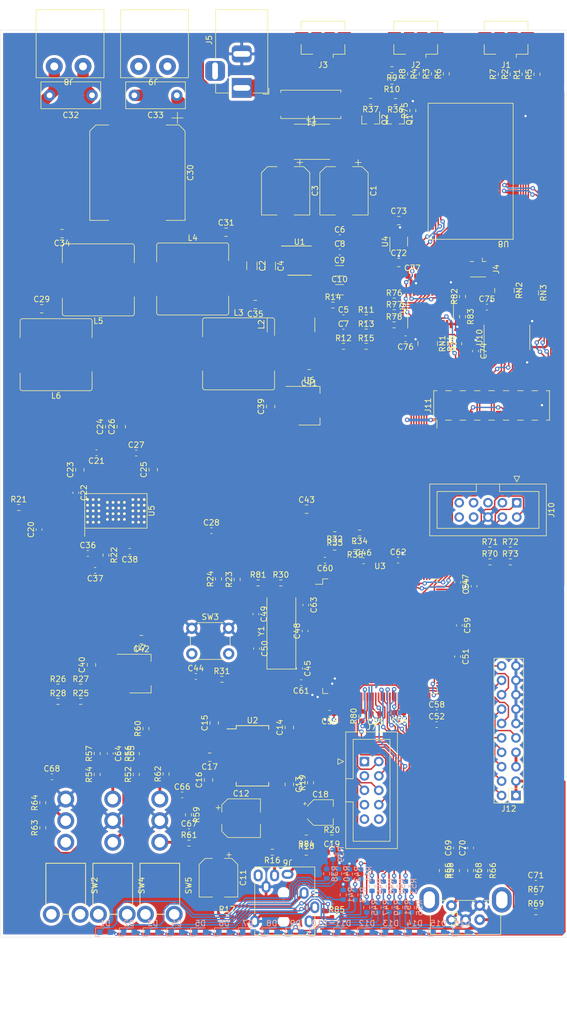
<source format=kicad_pcb>
(kicad_pcb (version 20210228) (generator pcbnew)

  (general
    (thickness 1.6)
  )

  (paper "A4")
  (layers
    (0 "F.Cu" signal)
    (31 "B.Cu" signal)
    (32 "B.Adhes" user "B.Adhesive")
    (33 "F.Adhes" user "F.Adhesive")
    (34 "B.Paste" user)
    (35 "F.Paste" user)
    (36 "B.SilkS" user "B.Silkscreen")
    (37 "F.SilkS" user "F.Silkscreen")
    (38 "B.Mask" user)
    (39 "F.Mask" user)
    (40 "Dwgs.User" user "User.Drawings")
    (41 "Cmts.User" user "User.Comments")
    (42 "Eco1.User" user "User.Eco1")
    (43 "Eco2.User" user "User.Eco2")
    (44 "Edge.Cuts" user)
    (45 "Margin" user)
    (46 "B.CrtYd" user "B.Courtyard")
    (47 "F.CrtYd" user "F.Courtyard")
    (48 "B.Fab" user)
    (49 "F.Fab" user)
  )

  (setup
    (stackup
      (layer "F.SilkS" (type "Top Silk Screen"))
      (layer "F.Paste" (type "Top Solder Paste"))
      (layer "F.Mask" (type "Top Solder Mask") (color "Green") (thickness 0.01))
      (layer "F.Cu" (type "copper") (thickness 0.035))
      (layer "dielectric 1" (type "core") (thickness 1.51) (material "FR4") (epsilon_r 4.5) (loss_tangent 0.02))
      (layer "B.Cu" (type "copper") (thickness 0.035))
      (layer "B.Mask" (type "Bottom Solder Mask") (color "Green") (thickness 0.01))
      (layer "B.Paste" (type "Bottom Solder Paste"))
      (layer "B.SilkS" (type "Bottom Silk Screen"))
      (copper_finish "None")
      (dielectric_constraints no)
    )
    (pad_to_mask_clearance 0)
    (pcbplotparams
      (layerselection 0x00010fc_ffffffff)
      (disableapertmacros false)
      (usegerberextensions false)
      (usegerberattributes true)
      (usegerberadvancedattributes true)
      (creategerberjobfile true)
      (svguseinch false)
      (svgprecision 6)
      (excludeedgelayer true)
      (plotframeref false)
      (viasonmask false)
      (mode 1)
      (useauxorigin false)
      (hpglpennumber 1)
      (hpglpenspeed 20)
      (hpglpendiameter 15.000000)
      (dxfpolygonmode true)
      (dxfimperialunits true)
      (dxfusepcbnewfont true)
      (psnegative false)
      (psa4output false)
      (plotreference true)
      (plotvalue true)
      (plotinvisibletext false)
      (sketchpadsonfab false)
      (subtractmaskfromsilk false)
      (outputformat 1)
      (mirror false)
      (drillshape 1)
      (scaleselection 1)
      (outputdirectory "")
    )
  )


  (net 0 "")
  (net 1 "/Power Supply/19V_ANALOG")
  (net 2 "/Processor/~RST")
  (net 3 "/Processor/GPIO_I2S_WS")
  (net 4 "/Processor/SWCLK")
  (net 5 "/Front/MIC2")
  (net 6 "/Front/MIC1")
  (net 7 "+5V")
  (net 8 "/Processor/GPIO_I2S_SDO")
  (net 9 "/Processor/SWDIO")
  (net 10 "/Front/BT2")
  (net 11 "/Front/BT1")
  (net 12 "GND")
  (net 13 "Net-(R58-Pad2)")
  (net 14 "Net-(R59-Pad2)")
  (net 15 "/Front/PWR")
  (net 16 "Net-(D1-Pad1)")
  (net 17 "Net-(C31-Pad1)")
  (net 18 "/Speaker Amplifier/SPK_A+")
  (net 19 "/Speaker Amplifier/SPK_A-")
  (net 20 "Net-(C24-Pad1)")
  (net 21 "Net-(C25-Pad1)")
  (net 22 "Net-(C1-Pad1)")
  (net 23 "/Front/ENC_SW")
  (net 24 "Net-(C5-Pad1)")
  (net 25 "Net-(C6-Pad1)")
  (net 26 "Net-(C7-Pad1)")
  (net 27 "Net-(C7-Pad2)")
  (net 28 "Net-(C8-Pad1)")
  (net 29 "+3.3VA")
  (net 30 "Net-(C11-Pad1)")
  (net 31 "Net-(C11-Pad2)")
  (net 32 "Net-(C12-Pad1)")
  (net 33 "Net-(C12-Pad2)")
  (net 34 "Net-(C13-Pad1)")
  (net 35 "/Speaker Amplifier/3.3V")
  (net 36 "Net-(C18-Pad1)")
  (net 37 "Net-(C18-Pad2)")
  (net 38 "Net-(C20-Pad1)")
  (net 39 "Net-(C23-Pad1)")
  (net 40 "/Speaker Amplifier/SPK_B+")
  (net 41 "Net-(C26-Pad1)")
  (net 42 "/Speaker Amplifier/SPK_B-")
  (net 43 "Net-(C29-Pad1)")
  (net 44 "Net-(C32-Pad1)")
  (net 45 "Net-(C33-Pad1)")
  (net 46 "Net-(C36-Pad1)")
  (net 47 "Net-(C36-Pad2)")
  (net 48 "Net-(C37-Pad1)")
  (net 49 "Net-(F1-Pad2)")
  (net 50 "Net-(J1-Pad1)")
  (net 51 "Net-(J1-Pad2)")
  (net 52 "Net-(J1-Pad3)")
  (net 53 "/Processor/GPIO_I2S_SDI")
  (net 54 "Net-(J2-Pad1)")
  (net 55 "Net-(J2-Pad2)")
  (net 56 "Net-(J2-Pad3)")
  (net 57 "/Processor/GPIO_I2S_CK")
  (net 58 "/Front/ENC_A")
  (net 59 "Net-(J3-Pad2)")
  (net 60 "Net-(J3-Pad3)")
  (net 61 "/Front/ENC_B")
  (net 62 "no_connect_(J1-Pad4)")
  (net 63 "/Processor/USB1_DETECT")
  (net 64 "/Processor/USB1_DM")
  (net 65 "/Processor/USB2_DETECT")
  (net 66 "/Processor/USB2_DM")
  (net 67 "/Processor/USB1_DP")
  (net 68 "/Processor/USB2_DP")
  (net 69 "/Bluetooth/USB3_DM")
  (net 70 "/Bluetooth/USB3_DP")
  (net 71 "Net-(R11-Pad1)")
  (net 72 "Net-(R13-Pad1)")
  (net 73 "Net-(R18-Pad2)")
  (net 74 "Net-(R19-Pad2)")
  (net 75 "Net-(R22-Pad1)")
  (net 76 "no_connect_(J2-Pad4)")
  (net 77 "Net-(D2-Pad1)")
  (net 78 "no_connect_(J3-Pad1)")
  (net 79 "/Processor/GPIO_I2S_MCK")
  (net 80 "Net-(J4-Pad1)")
  (net 81 "Net-(R79-Pad1)")
  (net 82 "no_connect_(J3-Pad4)")
  (net 83 "Net-(R25-Pad2)")
  (net 84 "/Processor/GPIO_SPI_MISO")
  (net 85 "/Processor/EXT_READY")
  (net 86 "/Processor/GPIO_SPI_SCK")
  (net 87 "/Processor/GPIO_SPI_~SS")
  (net 88 "no_connect_(J5-Pad3)")
  (net 89 "Net-(R26-Pad2)")
  (net 90 "Net-(D3-Pad1)")
  (net 91 "/Processor/AMP_READY")
  (net 92 "+3V3")
  (net 93 "/Headphone Amplifier/HP_DETECT")
  (net 94 "/Front/FRONT_MOSI")
  (net 95 "/Front/FRONT_RCLK")
  (net 96 "Net-(C49-Pad2)")
  (net 97 "Net-(C50-Pad2)")
  (net 98 "/Bluetooth/SCL_1V8")
  (net 99 "/Front/FRONT_~RST")
  (net 100 "/Front/FRONT_SCLK")
  (net 101 "no_connect_(J7-Pad7)")
  (net 102 "/Front/IR")
  (net 103 "no_connect_(J7-Pad9)")
  (net 104 "no_connect_(J7-Pad10)")
  (net 105 "no_connect_(J10-Pad3)")
  (net 106 "no_connect_(J10-Pad5)")
  (net 107 "no_connect_(J10-Pad7)")
  (net 108 "no_connect_(J10-Pad8)")
  (net 109 "Net-(R27-Pad2)")
  (net 110 "Net-(R28-Pad2)")
  (net 111 "no_connect_(J10-Pad9)")
  (net 112 "no_connect_(J10-Pad10)")
  (net 113 "/Bluetooth/SDO")
  (net 114 "/Bluetooth/SDI")
  (net 115 "/Bluetooth/CK")
  (net 116 "/Bluetooth/WS")
  (net 117 "/Bluetooth/SPI{slash}~PCM")
  (net 118 "/Bluetooth/MFB")
  (net 119 "/Bluetooth/SCL")
  (net 120 "/Bluetooth/SDA")
  (net 121 "/Processor/~SPK_FAULT")
  (net 122 "/Headphone Amplifier/SCL")
  (net 123 "/Headphone Amplifier/SDA")
  (net 124 "Net-(C52-Pad1)")
  (net 125 "/Headphone Amplifier/CK")
  (net 126 "/Headphone Amplifier/WS")
  (net 127 "/Headphone Amplifier/SDO")
  (net 128 "/Front/VOL0")
  (net 129 "/Front/VOL1")
  (net 130 "/Front/VOL2")
  (net 131 "/Front/VOL3")
  (net 132 "/Front/VOL4")
  (net 133 "/Front/VOL5")
  (net 134 "/Front/VOL6")
  (net 135 "/Front/VOL7")
  (net 136 "/Bluetooth/SDA_1V8")
  (net 137 "Net-(C54-Pad1)")
  (net 138 "/Front/VOL8")
  (net 139 "/Front/VOL9")
  (net 140 "/Front/VOL10")
  (net 141 "/Front/VOL11")
  (net 142 "/Front/VOL12")
  (net 143 "/Front/VOL13")
  (net 144 "/Front/VOL14")
  (net 145 "/Front/VOL15")
  (net 146 "/Bluetooth/P18")
  (net 147 "/Bluetooth/P21")
  (net 148 "/Bluetooth/P31")
  (net 149 "/Bluetooth/P8")
  (net 150 "/Bluetooth/P9")
  (net 151 "/Bluetooth/P29")
  (net 152 "/Bluetooth/P30")
  (net 153 "no_connect_(SW2-Pad1)")
  (net 154 "no_connect_(U2-Pad2)")
  (net 155 "/Headphone Amplifier/SDI")
  (net 156 "/Bluetooth/MFB_")
  (net 157 "Net-(J11-Pad6)")
  (net 158 "Net-(R52-Pad2)")
  (net 159 "Net-(D4-Pad1)")
  (net 160 "Net-(R54-Pad2)")
  (net 161 "no_connect_(U2-Pad12)")
  (net 162 "no_connect_(U2-Pad13)")
  (net 163 "no_connect_(U2-Pad19)")
  (net 164 "no_connect_(U2-Pad20)")
  (net 165 "/Headphone Amplifier/MCLK")
  (net 166 "no_connect_(U2-Pad26)")
  (net 167 "/Processor/AMP_I2S_SDI")
  (net 168 "no_connect_(U3-Pad8)")
  (net 169 "no_connect_(U3-Pad9)")
  (net 170 "/Processor/GPIO_SPI_MOSI")
  (net 171 "no_connect_(U3-Pad19)")
  (net 172 "no_connect_(U3-Pad20)")
  (net 173 "no_connect_(J11-Pad8)")
  (net 174 "no_connect_(U3-Pad21)")
  (net 175 "/Bluetooth/3V3_BT")
  (net 176 "no_connect_(U3-Pad22)")
  (net 177 "no_connect_(U3-Pad70)")
  (net 178 "no_connect_(U3-Pad77)")
  (net 179 "no_connect_(U3-Pad78)")
  (net 180 "/Bluetooth/1V8_BT")
  (net 181 "/Bluetooth/SDO_3V3")
  (net 182 "no_connect_(J11-Pad10)")
  (net 183 "/Bluetooth/P29_1V8")
  (net 184 "/Bluetooth/P30_1V8")
  (net 185 "/Bluetooth/P18_1V8")
  (net 186 "/Bluetooth/P31_1V8")
  (net 187 "/Bluetooth/P8_1V8")
  (net 188 "/Bluetooth/P9_1V8")
  (net 189 "/Bluetooth/P21_1V8")
  (net 190 "/Bluetooth/SPI{slash}~PCM_1V8")
  (net 191 "/Bluetooth/SDO_1V8")
  (net 192 "no_connect_(U3-Pad79)")
  (net 193 "/Bluetooth/SDI_1V8")
  (net 194 "no_connect_(U3-Pad80)")
  (net 195 "Net-(RN1-Pad1)")
  (net 196 "Net-(RN1-Pad2)")
  (net 197 "Net-(RN1-Pad3)")
  (net 198 "Net-(RN1-Pad4)")
  (net 199 "Net-(RN2-Pad5)")
  (net 200 "Net-(R32-Pad2)")
  (net 201 "Net-(RN2-Pad6)")
  (net 202 "no_connect_(U3-Pad81)")
  (net 203 "no_connect_(U3-Pad82)")
  (net 204 "no_connect_(U3-Pad85)")
  (net 205 "no_connect_(U3-Pad86)")
  (net 206 "/Bluetooth/CK_1V8")
  (net 207 "/Bluetooth/WS_1V8")
  (net 208 "Net-(R60-Pad2)")
  (net 209 "Net-(D5-Pad1)")
  (net 210 "Net-(R63-Pad2)")
  (net 211 "Net-(D6-Pad1)")
  (net 212 "Net-(D7-Pad1)")
  (net 213 "Net-(D8-Pad1)")
  (net 214 "Net-(D9-Pad1)")
  (net 215 "Net-(D10-Pad1)")
  (net 216 "Net-(D11-Pad1)")
  (net 217 "Net-(D12-Pad1)")
  (net 218 "Net-(D13-Pad1)")
  (net 219 "Net-(D14-Pad1)")
  (net 220 "Net-(D15-Pad1)")
  (net 221 "Net-(D16-Pad1)")
  (net 222 "Net-(RN2-Pad7)")
  (net 223 "no_connect_(U3-Pad87)")
  (net 224 "no_connect_(U3-Pad88)")
  (net 225 "no_connect_(U3-Pad89)")
  (net 226 "no_connect_(U3-Pad90)")
  (net 227 "no_connect_(U3-Pad91)")
  (net 228 "no_connect_(U3-Pad92)")
  (net 229 "no_connect_(U3-Pad93)")
  (net 230 "no_connect_(U3-Pad97)")
  (net 231 "no_connect_(U3-Pad98)")
  (net 232 "no_connect_(U3-Pad99)")
  (net 233 "no_connect_(U3-Pad100)")
  (net 234 "no_connect_(U3-Pad101)")
  (net 235 "/Bluetooth/P17")
  (net 236 "/Bluetooth/P16")
  (net 237 "no_connect_(U3-Pad124)")
  (net 238 "/Bluetooth/P6")
  (net 239 "/Bluetooth/P7")
  (net 240 "no_connect_(U3-Pad132)")
  (net 241 "Net-(R66-Pad2)")
  (net 242 "no_connect_(U3-Pad133)")
  (net 243 "Net-(R67-Pad2)")
  (net 244 "no_connect_(U3-Pad134)")
  (net 245 "no_connect_(U3-Pad135)")
  (net 246 "Net-(R30-Pad2)")
  (net 247 "Net-(R80-Pad2)")
  (net 248 "Net-(R82-Pad1)")
  (net 249 "Net-(J6-PadS)")
  (net 250 "Net-(J6-PadR2)")
  (net 251 "Net-(R83-Pad1)")
  (net 252 "no_connect_(U3-Pad139)")
  (net 253 "no_connect_(U3-Pad140)")
  (net 254 "/Processor/~SPK_SD")
  (net 255 "no_connect_(U4-Pad4)")
  (net 256 "no_connect_(U8-Pad12)")
  (net 257 "no_connect_(U8-Pad16)")
  (net 258 "no_connect_(U8-Pad17)")
  (net 259 "no_connect_(U8-Pad20)")
  (net 260 "no_connect_(U8-Pad24)")
  (net 261 "Net-(RN2-Pad8)")
  (net 262 "Net-(RN3-Pad5)")
  (net 263 "no_connect_(U8-Pad28)")
  (net 264 "no_connect_(U8-Pad29)")
  (net 265 "Net-(RN3-Pad6)")
  (net 266 "Net-(RN3-Pad7)")
  (net 267 "Net-(RN3-Pad8)")
  (net 268 "no_connect_(U8-Pad30)")
  (net 269 "no_connect_(U8-Pad31)")
  (net 270 "no_connect_(U8-Pad32)")
  (net 271 "no_connect_(U8-Pad33)")
  (net 272 "no_connect_(U8-Pad34)")
  (net 273 "/Bluetooth/P17_1V8")
  (net 274 "/Bluetooth/P16_1V8")
  (net 275 "/Bluetooth/P7_1V8")
  (net 276 "/Bluetooth/P6_1V8")
  (net 277 "no_connect_(U8-Pad35)")
  (net 278 "no_connect_(U8-Pad36)")
  (net 279 "no_connect_(U8-Pad39)")
  (net 280 "no_connect_(U9-Pad9)")
  (net 281 "no_connect_(U9-Pad10)")
  (net 282 "no_connect_(U10-Pad9)")
  (net 283 "no_connect_(U10-Pad10)")

  (footprint "Resistor_SMD:R_0603_1608Metric" (layer "F.Cu") (at 137.4 32.725 90))

  (footprint "Resistor_SMD:R_0603_1608Metric" (layer "F.Cu") (at 139.45 32.725 90))

  (footprint "Resistor_SMD:R_0603_1608Metric" (layer "F.Cu") (at 143.7 32.725 90))

  (footprint "Resistor_SMD:R_0603_1608Metric" (layer "F.Cu") (at 157.6 32.8 90))

  (footprint "Connector_USB:USB_Micro-B_Amphenol_10104110_Horizontal" (layer "F.Cu") (at 138.3 27.6 180))

  (footprint "Package_QFP:LQFP-144_20x20mm_P0.5mm" (layer "F.Cu") (at 132 131.9))

  (footprint "Connector_USB:USB_Micro-B_Amphenol_10104110_Horizontal" (layer "F.Cu") (at 121.95 27.6 180))

  (footprint "Resistor_SMD:R_0603_1608Metric" (layer "F.Cu") (at 159.7 32.8 90))

  (footprint "Resistor_SMD:R_0603_1608Metric" (layer "F.Cu") (at 153.4 32.8 90))

  (footprint "Resistor_SMD:R_0603_1608Metric" (layer "F.Cu") (at 134.1 31.98 180))

  (footprint "Resistor_SMD:R_0603_1608Metric" (layer "F.Cu") (at 155.5 32.8 90))

  (footprint "Resistor_SMD:R_0603_1608Metric" (layer "F.Cu") (at 141.6 32.725 90))

  (footprint "Package_SO:SSOP-28_5.3x10.2mm_P0.65mm" (layer "F.Cu") (at 109.5 153))

  (footprint "Package_SO:Diodes_SO-8EP" (layer "F.Cu") (at 117.8025 65.655))

  (footprint "Connector_USB:USB_Micro-B_Amphenol_10104110_Horizontal" (layer "F.Cu") (at 154.25 27.6 180))

  (footprint "Resistor_SMD:R_0603_1608Metric" (layer "F.Cu") (at 134.1 34 180))

  (footprint "Connector_BarrelJack:BarrelJack_Horizontal" (layer "F.Cu") (at 107.6 35.2 -90))

  (footprint "Capacitor_SMD:C_0805_2012Metric" (layer "F.Cu") (at 116 158.05 -90))

  (footprint "Capacitor_SMD:C_0805_2012Metric" (layer "F.Cu") (at 116 148 90))

  (footprint "Capacitor_SMD:C_0805_2012Metric" (layer "F.Cu") (at 102.75 147.2 90))

  (footprint "Resistor_SMD:R_0603_1608Metric" (layer "F.Cu") (at 113 170 180))

  (footprint "Resistor_SMD:R_0603_1608Metric" (layer "F.Cu") (at 105 181.5))

  (footprint "Capacitor_SMD:C_0805_2012Metric" (layer "F.Cu") (at 101.75 157.25 90))

  (footprint "Capacitor_SMD:C_0805_2012Metric" (layer "F.Cu") (at 101.95 153.25 180))

  (footprint "Capacitor_SMD:C_0603_1608Metric" (layer "F.Cu") (at 125.55 75.75))

  (footprint "Capacitor_SMD:C_0603_1608Metric" (layer "F.Cu") (at 125.55 78.26))

  (footprint "Resistor_SMD:R_0603_1608Metric" (layer "F.Cu") (at 129.56 75.75))

  (footprint "Resistor_SMD:R_0603_1608Metric" (layer "F.Cu") (at 125.55 80.77))

  (footprint "Resistor_SMD:R_0603_1608Metric" (layer "F.Cu") (at 129.56 78.26))

  (footprint "Resistor_SMD:R_0603_1608Metric" (layer "F.Cu") (at 123.7 73.5))

  (footprint "Resistor_SMD:R_0603_1608Metric" (layer "F.Cu") (at 129.56 80.77))

  (footprint "Resistor_SMD:R_0603_1608Metric" (layer "F.Cu") (at 119.75 157.75 90))

  (footprint "Resistor_SMD:R_0603_1608Metric" (layer "F.Cu") (at 123.5 167.5))

  (footprint "Resistor_SMD:R_0603_1608Metric" (layer "F.Cu") (at 119 167.5 180))

  (footprint "Capacitor_SMD:CP_Elec_8x10" (layer "F.Cu") (at 125.65 53.35 -90))

  (footprint "Capacitor_SMD:C_1206_3216Metric" (layer "F.Cu") (at 109.4 66.575 -90))

  (footprint "Capacitor_SMD:CP_Elec_8x10" (layer "F.Cu") (at 115.35 53.35 -90))

  (footprint "Capacitor_SMD:C_1206_3216Metric" (layer "F.Cu") (at 112.65 66.6 -90))

  (footprint "Inductor_SMD:L_Bourns-SRN8040_8x8.15mm" (layer "F.Cu") (at 116.3 77 90))

  (footprint "Capacitor_SMD:C_0603_1608Metric" (layer "F.Cu") (at 123.5 170))

  (footprint "Inductor_SMD:L_Taiyo-Yuden_NR-60xx" (layer "F.Cu") (at 120 44.7))

  (footprint "Capacitor_SMD:CP_Elec_6.3x7.7" (layer "F.Cu")
    (tedit 5BCA39D0) (tstamp 00000000-0000-0000-0000-00005fb07a07)
    (at 103.5 174.5 -90)
    (descr "SMD capacitor, aluminum electrolytic, Nichicon, 6.3x7.7mm")
    (tags "capacitor electrolytic")
    (property "Dateiname Blatt" "headphone-amp.kicad_sch")
    (property "Mouser" "140-VZL221M1CTR-0607")
    (property "Part Name" "Lelon VZL221M1CTR-0607")
    (property "Schaltplanname" "Headphone Amplifier")
    (path "/00000000-0000-0000-0000-00005fa5bd36/00000000-0000-0000-0000-00005fb75a99")
    (attr smd)
    (fp_text reference "C11" (at 0 -4.35 90) (layer "F.SilkS")
      (effects (font (size 1 1) (thickness 0.15)))
      (tstamp f9416f35-fab8-47ef-8632-84fcdb77db69)
    )
    (fp_text value "220uF" (at 0 4.35 90) (layer "F.Fab")
      (effects (font (size 1 1) (thickness 0.15)))
      (tstamp 0a1004d0-aaa3-462c-accb-234d4e3c9b3e)
    )
    (fp_text user "${REFERENCE}" (at 0 0 90) (layer "F.Fab")
      (effects (font (size 1 1) (thickness 0.15)))
      (tstamp c2612a48-40fd-4824-97a3-26e144d66888)
    )
    (fp_line (start -2.345563 -3.41) (end 3.41 -3.41) (layer "F.SilkS") (width 0.12) (tstamp 1abdeec0-537c-4e1d-9da7-38434e28048e))
    (fp_line (start -4.04375 -2.24125) (end -4.04375 -1.45375) (layer "F.SilkS") (width 0.12) (tstamp 747b968e-91ff-401f-b82a-0fb2828daee4))
    (fp_line (start 3.41 -3.41) (end 3.41 -1.06) (layer "F.SilkS") (width 0.12) (tstamp acdd590a-7ea4-4379-ade1-e0ce2e08e89e))
    (fp_line (start -2.345563 3.41) (end 3.41 3.41) (layer "F.SilkS") (width 0.12) (tstamp b79a06e7-6da1-4d34-bbf2-3f2eb4ffd4d7))
    (fp_line (start -3.41 -2.345563) (end -3.41 -1.06) (layer "F.SilkS") (width 0.12) (tstamp bb1786c7-53a9-4f5d-928c-c1e807553afa))
    (fp_line (start -3.41 2.345563) (end -3.41 1.06) (layer "F.SilkS") (width 0.12) (tstamp bfbadd22-ec78-464b-beb0-408d1bd95f43))
    (fp_line (start 3.41 3.41) (end 3.41 1.06) (layer "F.SilkS") (width 0.12) (tstamp c37c42f7-3823-4401-9577-3d18d31c03ee))
    (fp_line (start -3.41 2.345563) (end -2.345563 3.41) (layer "F.SilkS") (width 0.12) (tstamp dc969c5d-c7bf-429e-a57d-ebfba7ddf4f8))
    (fp_line (start -3.41 -2.345563) (end -2.345563 -3.41) (layer "F.SilkS") (width 0.12) (tstamp f49d2fd3-9dc9-4ad2-a719-5bd89cb7fc69))
    (fp_line (start -4.4375 -1.8475) (end -3.65 -1.8475) (layer "F.SilkS") (width 0.12) (tstamp f7d64641-b960-49b2-9ed3-4f4216a1e6e2))
    (fp_line (start -3.55 2.4) (end -2.4 3.55) (layer "F.CrtYd") (width 0.05) (tstamp 0fc1c5f2-194c-40ef-8970-98162d8363f6))
    (fp_line (start -2.4 3.55) (end 3.55 3.55) (layer "F.CrtYd") (width 0.05) (tstamp 17b9e4b3-fcc2-46db-966a-442a10411c3a))
    (fp_line (start -3.55 1.05) (end -3.55 2.4) (layer "F.CrtYd") (width 0.05) (tstamp 23f1fc83-d1fa-42fa-8ae5-6a32950635a7))
    (fp_line (start -3.55 -1.05) (end -4.7 -1.05) (layer "F.CrtYd") (width 0.05) (tstamp 43635571-7667-4d06-a523-2fc65eba4a30))
    (fp_line (start -4.7 -1.05) (end -4.7 1.05) (layer "F.CrtYd") (width 0.05) (tstamp 6a33a5e4-5256-40ad-8335-dec57b43281a))
    (fp_line (start -3.55 -2.4) (end -3.55 -1.05) (layer "F.CrtYd") (width 0.05) (tstamp 77d8877d-7521-489d-a964-6aa3e62268cf))
    (fp_line (start -2.4 -3.55) (end 3.55 -3.55) (layer "F.CrtYd") (width 0.05) (tstamp 78cec00b-da56-46f1-9179-902302d257e5))
    (fp_line (start -3.55 -2.4) (end -2.4 -3.55) (l
... [2293811 chars truncated]
</source>
